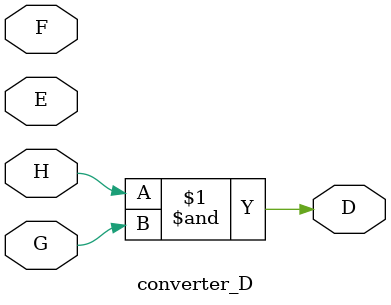
<source format=v>
module converter_D(H,G,F,E,D);
input H,G,F,E;
output D;


assign D = H&G;


endmodule

</source>
